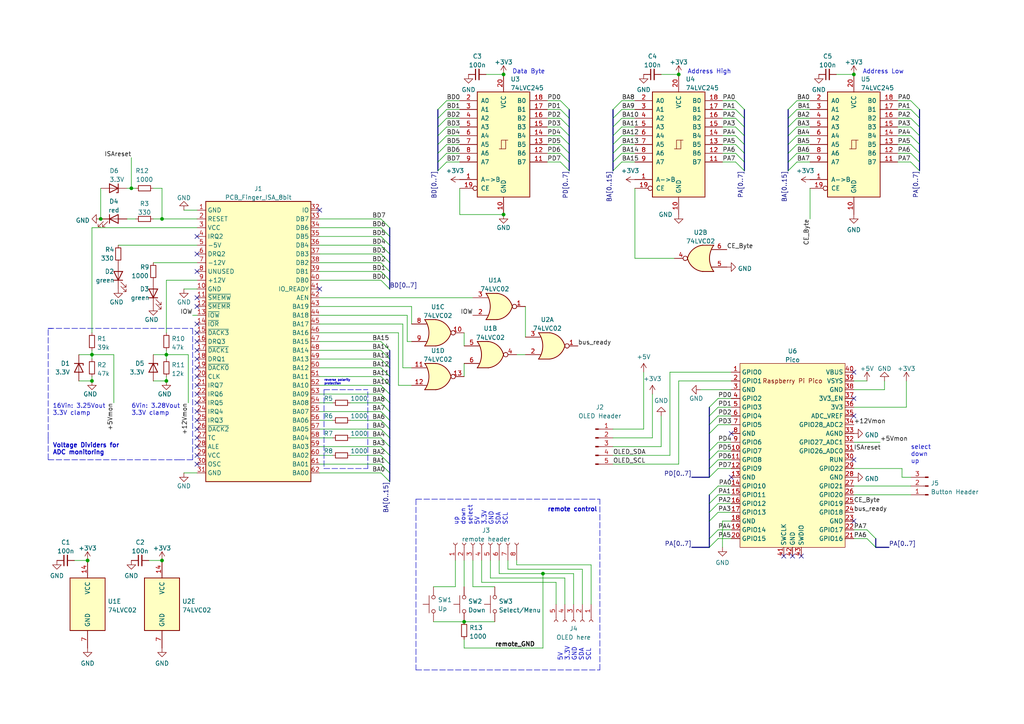
<source format=kicad_sch>
(kicad_sch (version 20211123) (generator eeschema)
  (paper "A4")
  (title_block (title "PicoPOST Prototype") (date "2022-06-19") (rev "0.4") (company "The Retro Web Community") (comment 1 "Schematic by Matthew Petry (fireTwoOneNine) and other contributors"))
  (junction (at 25.4 162.56))
  (junction (at 48.26 110.49))
  (junction (at 157.48 166.37))
  (junction (at 48.26 102.87))
  (junction (at 46.99 162.56))
  (junction (at 196.85 21.59))
  (junction (at 26.67 110.49))
  (junction (at 247.65 21.59))
  (junction (at 134.62 180.34))
  (junction (at 38.1 54.61))
  (junction (at 146.05 21.59))
  (junction (at 26.67 102.87))
  (junction (at 46.99 63.5))
  (junction (at 146.05 62.23))
  (junction (at 29.21 63.5))
  (no_connect (at 57.15 114.3))
  (no_connect (at 57.15 104.14))
  (no_connect (at 92.71 83.82))
  (no_connect (at 92.71 60.96))
  (no_connect (at 57.15 121.92))
  (no_connect (at 57.15 86.36))
  (no_connect (at 247.65 115.57))
  (no_connect (at 57.15 116.84))
  (no_connect (at 57.15 127))
  (no_connect (at 57.15 99.06))
  (no_connect (at 57.15 111.76))
  (no_connect (at 57.15 129.54))
  (no_connect (at 57.15 124.46))
  (no_connect (at 57.15 106.68))
  (no_connect (at 57.15 93.98))
  (no_connect (at 57.15 134.62))
  (no_connect (at 247.65 151.13))
  (no_connect (at 227.33 161.29))
  (no_connect (at 229.87 161.29))
  (no_connect (at 232.41 161.29))
  (no_connect (at 247.65 120.65))
  (no_connect (at 247.65 133.35))
  (no_connect (at 57.15 132.08))
  (no_connect (at 57.15 109.22))
  (no_connect (at 57.15 88.9))
  (no_connect (at 57.15 68.58))
  (no_connect (at 57.15 96.52))
  (no_connect (at 57.15 101.6))
  (no_connect (at 57.15 78.74))
  (no_connect (at 247.65 107.95))
  (no_connect (at 212.09 138.43))
  (no_connect (at 212.09 125.73))
  (no_connect (at 57.15 119.38))
  (no_connect (at 57.15 73.66))
  (bus_entry (at 213.36 36.83) (size 2.54 2.54))
  (bus_entry (at 213.36 34.29) (size 2.54 2.54))
  (bus_entry (at 264.16 34.29) (size 2.54 2.54))
  (bus_entry (at 110.49 66.04) (size 2.54 2.54))
  (bus_entry (at 231.14 44.45) (size -2.54 2.54))
  (bus_entry (at 213.36 46.99) (size 2.54 2.54))
  (bus_entry (at 264.16 41.91) (size 2.54 2.54))
  (bus_entry (at 213.36 29.21) (size 2.54 2.54))
  (bus_entry (at 110.49 134.62) (size 2.54 2.54))
  (bus_entry (at 110.49 119.38) (size 2.54 2.54))
  (bus_entry (at 231.14 31.75) (size -2.54 2.54))
  (bus_entry (at 213.36 39.37) (size 2.54 2.54))
  (bus_entry (at 231.14 39.37) (size -2.54 2.54))
  (bus_entry (at 231.14 46.99) (size -2.54 2.54))
  (bus_entry (at 205.74 151.13) (size 2.54 -2.54))
  (bus_entry (at 110.49 124.46) (size 2.54 2.54))
  (bus_entry (at 110.49 78.74) (size 2.54 2.54))
  (bus_entry (at 205.74 146.05) (size 2.54 -2.54))
  (bus_entry (at 264.16 29.21) (size 2.54 2.54))
  (bus_entry (at 129.54 46.99) (size -2.54 2.54))
  (bus_entry (at 129.54 44.45) (size -2.54 2.54))
  (bus_entry (at 129.54 34.29) (size -2.54 2.54))
  (bus_entry (at 129.54 36.83) (size -2.54 2.54))
  (bus_entry (at 129.54 39.37) (size -2.54 2.54))
  (bus_entry (at 129.54 41.91) (size -2.54 2.54))
  (bus_entry (at 110.49 111.76) (size 2.54 2.54))
  (bus_entry (at 129.54 31.75) (size -2.54 2.54))
  (bus_entry (at 110.49 73.66) (size 2.54 2.54))
  (bus_entry (at 110.49 116.84) (size 2.54 2.54))
  (bus_entry (at 180.34 46.99) (size -2.54 2.54))
  (bus_entry (at 180.34 44.45) (size -2.54 2.54))
  (bus_entry (at 180.34 39.37) (size -2.54 2.54))
  (bus_entry (at 180.34 41.91) (size -2.54 2.54))
  (bus_entry (at 180.34 31.75) (size -2.54 2.54))
  (bus_entry (at 180.34 34.29) (size -2.54 2.54))
  (bus_entry (at 180.34 29.21) (size -2.54 2.54))
  (bus_entry (at 180.34 36.83) (size -2.54 2.54))
  (bus_entry (at 110.49 121.92) (size 2.54 2.54))
  (bus_entry (at 110.49 106.68) (size 2.54 2.54))
  (bus_entry (at 264.16 39.37) (size 2.54 2.54))
  (bus_entry (at 264.16 44.45) (size 2.54 2.54))
  (bus_entry (at 110.49 99.06) (size 2.54 2.54))
  (bus_entry (at 213.36 44.45) (size 2.54 2.54))
  (bus_entry (at 110.49 109.22) (size 2.54 2.54))
  (bus_entry (at 208.28 156.21) (size -2.54 2.54))
  (bus_entry (at 208.28 153.67) (size -2.54 2.54))
  (bus_entry (at 110.49 101.6) (size 2.54 2.54))
  (bus_entry (at 110.49 76.2) (size 2.54 2.54))
  (bus_entry (at 231.14 41.91) (size -2.54 2.54))
  (bus_entry (at 205.74 130.81) (size 2.54 -2.54))
  (bus_entry (at 205.74 125.73) (size 2.54 -2.54))
  (bus_entry (at 205.74 133.35) (size 2.54 -2.54))
  (bus_entry (at 205.74 118.11) (size 2.54 -2.54))
  (bus_entry (at 205.74 123.19) (size 2.54 -2.54))
  (bus_entry (at 205.74 120.65) (size 2.54 -2.54))
  (bus_entry (at 205.74 138.43) (size 2.54 -2.54))
  (bus_entry (at 205.74 135.89) (size 2.54 -2.54))
  (bus_entry (at 162.56 41.91) (size 2.54 2.54))
  (bus_entry (at 162.56 29.21) (size 2.54 2.54))
  (bus_entry (at 162.56 31.75) (size 2.54 2.54))
  (bus_entry (at 162.56 34.29) (size 2.54 2.54))
  (bus_entry (at 162.56 36.83) (size 2.54 2.54))
  (bus_entry (at 162.56 39.37) (size 2.54 2.54))
  (bus_entry (at 162.56 44.45) (size 2.54 2.54))
  (bus_entry (at 162.56 46.99) (size 2.54 2.54))
  (bus_entry (at 264.16 36.83) (size 2.54 2.54))
  (bus_entry (at 205.74 148.59) (size 2.54 -2.54))
  (bus_entry (at 110.49 71.12) (size 2.54 2.54))
  (bus_entry (at 110.49 137.16) (size 2.54 2.54))
  (bus_entry (at 110.49 63.5) (size 2.54 2.54))
  (bus_entry (at 110.49 68.58) (size 2.54 2.54))
  (bus_entry (at 110.49 104.14) (size 2.54 2.54))
  (bus_entry (at 205.74 143.51) (size 2.54 -2.54))
  (bus_entry (at 264.16 46.99) (size 2.54 2.54))
  (bus_entry (at 264.16 31.75) (size 2.54 2.54))
  (bus_entry (at 231.14 29.21) (size -2.54 2.54))
  (bus_entry (at 110.49 129.54) (size 2.54 2.54))
  (bus_entry (at 251.46 156.21) (size 2.54 2.54))
  (bus_entry (at 251.46 153.67) (size 2.54 2.54))
  (bus_entry (at 127 31.75) (size 2.54 -2.54))
  (bus_entry (at 213.36 41.91) (size 2.54 2.54))
  (bus_entry (at 110.49 127) (size 2.54 2.54))
  (bus_entry (at 213.36 31.75) (size 2.54 2.54))
  (bus_entry (at 110.49 132.08) (size 2.54 2.54))
  (bus_entry (at 231.14 36.83) (size -2.54 2.54))
  (bus_entry (at 110.49 114.3) (size 2.54 2.54))
  (bus_entry (at 231.14 34.29) (size -2.54 2.54))
  (bus_entry (at 110.49 81.28) (size 2.54 2.54))
  (wire (pts (xy 261.62 135.89) (xy 261.62 138.43)))
  (wire (pts (xy 33.02 102.87) (xy 33.02 116.84)))
  (wire (pts (xy 92.71 124.46) (xy 110.49 124.46)))
  (bus (pts (xy 165.1 36.83) (xy 165.1 39.37)))
  (wire (pts (xy 101.6 127) (xy 110.49 127)))
  (wire (pts (xy 140.97 21.59) (xy 146.05 21.59)))
  (wire (pts (xy 261.62 138.43) (xy 264.16 138.43)))
  (polyline (pts (xy 93.98 113.03) (xy 93.98 135.89)))
  (wire (pts (xy 53.34 60.96) (xy 57.15 60.96)))
  (wire (pts (xy 118.11 91.44) (xy 118.11 99.06)))
  (wire (pts (xy 251.46 153.67) (xy 247.65 153.67)))
  (wire (pts (xy 92.71 132.08) (xy 96.52 132.08)))
  (wire (pts (xy 26.67 102.87) (xy 33.02 102.87)))
  (wire (pts (xy 92.71 91.44) (xy 118.11 91.44)))
  (wire (pts (xy 177.8 127) (xy 189.23 127)))
  (wire (pts (xy 26.67 110.49) (xy 26.67 109.22)))
  (bus (pts (xy 113.03 116.84) (xy 113.03 119.38)))
  (wire (pts (xy 53.34 83.82) (xy 57.15 83.82)))
  (bus (pts (xy 113.03 127) (xy 113.03 129.54)))
  (wire (pts (xy 26.67 66.04) (xy 26.67 96.52)))
  (wire (pts (xy 177.8 124.46) (xy 186.69 124.46)))
  (bus (pts (xy 113.03 132.08) (xy 113.03 134.62)))
  (wire (pts (xy 158.75 41.91) (xy 162.56 41.91)))
  (wire (pts (xy 134.62 105.41) (xy 134.62 109.22)))
  (wire (pts (xy 92.71 116.84) (xy 96.52 116.84)))
  (wire (pts (xy 147.32 165.1) (xy 168.91 165.1)))
  (wire (pts (xy 180.34 41.91) (xy 184.15 41.91)))
  (bus (pts (xy 205.74 133.35) (xy 205.74 135.89)))
  (wire (pts (xy 48.26 101.6) (xy 48.26 102.87)))
  (wire (pts (xy 209.55 29.21) (xy 213.36 29.21)))
  (wire (pts (xy 231.14 44.45) (xy 234.95 44.45)))
  (wire (pts (xy 133.35 54.61) (xy 133.35 62.23)))
  (wire (pts (xy 92.71 127) (xy 96.52 127)))
  (wire (pts (xy 231.14 39.37) (xy 234.95 39.37)))
  (bus (pts (xy 266.7 34.29) (xy 266.7 36.83)))
  (polyline (pts (xy 13.97 127) (xy 13.97 95.25)))
  (wire (pts (xy 92.71 119.38) (xy 110.49 119.38)))
  (polyline (pts (xy 120.65 144.78) (xy 120.65 194.31)))
  (wire (pts (xy 158.75 44.45) (xy 162.56 44.45)))
  (wire (pts (xy 57.15 91.44) (xy 55.88 91.44)))
  (wire (pts (xy 149.86 102.87) (xy 152.4 102.87)))
  (bus (pts (xy 113.03 137.16) (xy 113.03 139.7)))
  (wire (pts (xy 212.09 133.35) (xy 208.28 133.35)))
  (bus (pts (xy 113.03 111.76) (xy 113.03 114.3)))
  (wire (pts (xy 92.71 81.28) (xy 110.49 81.28)))
  (wire (pts (xy 137.16 162.56) (xy 137.16 170.18)))
  (wire (pts (xy 92.71 96.52) (xy 115.57 96.52)))
  (wire (pts (xy 115.57 111.76) (xy 119.38 111.76)))
  (bus (pts (xy 200.66 158.75) (xy 205.74 158.75)))
  (bus (pts (xy 215.9 31.75) (xy 215.9 34.29)))
  (wire (pts (xy 92.71 66.04) (xy 110.49 66.04)))
  (wire (pts (xy 116.84 93.98) (xy 116.84 106.68)))
  (bus (pts (xy 113.03 73.66) (xy 113.03 71.12)))
  (polyline (pts (xy 13.97 95.25) (xy 15.24 95.25)))
  (bus (pts (xy 113.03 76.2) (xy 113.03 73.66)))
  (wire (pts (xy 22.86 102.87) (xy 26.67 102.87)))
  (bus (pts (xy 165.1 46.99) (xy 165.1 49.53)))
  (wire (pts (xy 242.57 21.59) (xy 247.65 21.59)))
  (wire (pts (xy 92.71 86.36) (xy 137.16 86.36)))
  (wire (pts (xy 92.71 78.74) (xy 110.49 78.74)))
  (bus (pts (xy 127 44.45) (xy 127 46.99)))
  (wire (pts (xy 234.95 54.61) (xy 234.95 63.5)))
  (wire (pts (xy 177.8 134.62) (xy 196.85 134.62)))
  (wire (pts (xy 203.2 113.03) (xy 212.09 113.03)))
  (wire (pts (xy 139.7 162.56) (xy 139.7 168.91)))
  (wire (pts (xy 180.34 29.21) (xy 184.15 29.21)))
  (wire (pts (xy 119.38 88.9) (xy 92.71 88.9)))
  (wire (pts (xy 212.09 115.57) (xy 208.28 115.57)))
  (bus (pts (xy 205.74 151.13) (xy 205.74 156.21)))
  (wire (pts (xy 144.78 162.56) (xy 144.78 166.37)))
  (wire (pts (xy 92.71 137.16) (xy 110.49 137.16)))
  (wire (pts (xy 208.28 156.21) (xy 212.09 156.21)))
  (wire (pts (xy 152.4 88.9) (xy 152.4 97.79)))
  (wire (pts (xy 260.35 44.45) (xy 264.16 44.45)))
  (wire (pts (xy 180.34 34.29) (xy 184.15 34.29)))
  (wire (pts (xy 158.75 46.99) (xy 162.56 46.99)))
  (bus (pts (xy 177.8 46.99) (xy 177.8 49.53)))
  (wire (pts (xy 209.55 39.37) (xy 213.36 39.37)))
  (wire (pts (xy 92.71 99.06) (xy 110.49 99.06)))
  (bus (pts (xy 266.7 31.75) (xy 266.7 34.29)))
  (wire (pts (xy 48.26 102.87) (xy 48.26 104.14)))
  (wire (pts (xy 212.09 110.49) (xy 196.85 110.49)))
  (wire (pts (xy 260.35 41.91) (xy 264.16 41.91)))
  (bus (pts (xy 215.9 46.99) (xy 215.9 49.53)))
  (wire (pts (xy 129.54 41.91) (xy 133.35 41.91)))
  (wire (pts (xy 247.65 143.51) (xy 264.16 143.51)))
  (wire (pts (xy 209.55 44.45) (xy 213.36 44.45)))
  (wire (pts (xy 212.09 107.95) (xy 194.31 107.95)))
  (wire (pts (xy 44.45 54.61) (xy 46.99 54.61)))
  (wire (pts (xy 212.09 123.19) (xy 208.28 123.19)))
  (wire (pts (xy 133.35 62.23) (xy 146.05 62.23)))
  (bus (pts (xy 127 39.37) (xy 127 41.91)))
  (bus (pts (xy 177.8 31.75) (xy 177.8 34.29)))
  (wire (pts (xy 46.99 63.5) (xy 57.15 63.5)))
  (wire (pts (xy 44.45 102.87) (xy 48.26 102.87)))
  (bus (pts (xy 165.1 39.37) (xy 165.1 41.91)))
  (wire (pts (xy 36.83 63.5) (xy 39.37 63.5)))
  (wire (pts (xy 44.45 110.49) (xy 48.26 110.49)))
  (wire (pts (xy 180.34 39.37) (xy 184.15 39.37)))
  (wire (pts (xy 44.45 63.5) (xy 46.99 63.5)))
  (bus (pts (xy 127 31.75) (xy 127 34.29)))
  (wire (pts (xy 134.62 96.52) (xy 134.62 100.33)))
  (polyline (pts (xy 13.97 133.35) (xy 52.07 133.35)))
  (wire (pts (xy 92.71 106.68) (xy 110.49 106.68)))
  (bus (pts (xy 205.74 148.59) (xy 205.74 151.13)))
  (wire (pts (xy 125.73 170.18) (xy 132.08 170.18)))
  (wire (pts (xy 92.71 76.2) (xy 110.49 76.2)))
  (wire (pts (xy 92.71 111.76) (xy 110.49 111.76)))
  (wire (pts (xy 161.29 168.91) (xy 161.29 175.26)))
  (bus (pts (xy 200.66 138.43) (xy 205.74 138.43)))
  (wire (pts (xy 142.24 167.64) (xy 163.83 167.64)))
  (bus (pts (xy 254 156.21) (xy 254 158.75)))
  (polyline (pts (xy 13.97 95.25) (xy 55.88 95.25)))
  (bus (pts (xy 205.74 135.89) (xy 205.74 138.43)))
  (wire (pts (xy 208.2612 156.21) (xy 208.28 156.21)))
  (wire (pts (xy 184.15 74.93) (xy 195.58 74.93)))
  (wire (pts (xy 231.14 36.83) (xy 234.95 36.83)))
  (wire (pts (xy 92.71 104.14) (xy 110.49 104.14)))
  (wire (pts (xy 196.85 110.49) (xy 196.85 134.62)))
  (wire (pts (xy 101.6 121.92) (xy 110.49 121.92)))
  (bus (pts (xy 205.74 156.21) (xy 205.74 158.75)))
  (wire (pts (xy 129.54 44.45) (xy 133.35 44.45)))
  (wire (pts (xy 36.83 54.61) (xy 38.1 54.61)))
  (wire (pts (xy 26.67 102.87) (xy 26.67 104.14)))
  (wire (pts (xy 34.29 71.12) (xy 57.15 71.12)))
  (wire (pts (xy 209.55 34.29) (xy 213.36 34.29)))
  (wire (pts (xy 158.75 39.37) (xy 162.56 39.37)))
  (wire (pts (xy 209.55 151.13) (xy 209.55 158.75)))
  (wire (pts (xy 147.32 162.56) (xy 147.32 165.1)))
  (wire (pts (xy 212.09 135.89) (xy 208.28 135.89)))
  (wire (pts (xy 142.24 162.56) (xy 142.24 167.64)))
  (polyline (pts (xy 120.65 194.31) (xy 173.99 194.31)))
  (bus (pts (xy 113.03 71.12) (xy 113.03 68.58)))
  (wire (pts (xy 194.31 107.95) (xy 194.31 132.08)))
  (wire (pts (xy 191.77 21.59) (xy 196.85 21.59)))
  (wire (pts (xy 212.09 151.13) (xy 209.55 151.13)))
  (bus (pts (xy 266.7 39.37) (xy 266.7 41.91)))
  (bus (pts (xy 228.6 39.37) (xy 228.6 41.91)))
  (polyline (pts (xy 173.99 194.31) (xy 173.99 144.78)))
  (bus (pts (xy 266.7 41.91) (xy 266.7 44.45)))
  (bus (pts (xy 177.8 41.91) (xy 177.8 44.45)))
  (wire (pts (xy 116.84 106.68) (xy 119.38 106.68)))
  (bus (pts (xy 113.03 68.58) (xy 113.03 66.04)))
  (wire (pts (xy 53.34 137.16) (xy 57.15 137.16)))
  (polyline (pts (xy 55.88 133.35) (xy 50.8 133.35)))
  (bus (pts (xy 113.03 109.22) (xy 113.03 111.76)))
  (polyline (pts (xy 120.65 144.78) (xy 173.99 144.78)))
  (bus (pts (xy 228.6 31.75) (xy 228.6 34.29)))
  (wire (pts (xy 92.71 121.92) (xy 96.52 121.92)))
  (wire (pts (xy 212.09 140.97) (xy 208.28 140.97)))
  (bus (pts (xy 113.03 101.6) (xy 113.03 104.14)))
  (wire (pts (xy 92.71 114.3) (xy 110.49 114.3)))
  (bus (pts (xy 215.9 44.45) (xy 215.9 46.99)))
  (wire (pts (xy 115.57 96.52) (xy 115.57 111.76)))
  (wire (pts (xy 231.14 29.21) (xy 234.95 29.21)))
  (wire (pts (xy 209.55 31.75) (xy 213.36 31.75)))
  (wire (pts (xy 129.54 36.83) (xy 133.35 36.83)))
  (bus (pts (xy 205.74 130.81) (xy 205.74 133.35)))
  (wire (pts (xy 48.26 102.87) (xy 54.61 102.87)))
  (bus (pts (xy 113.03 106.68) (xy 113.03 109.22)))
  (bus (pts (xy 165.1 41.91) (xy 165.1 44.45)))
  (wire (pts (xy 180.34 31.75) (xy 184.15 31.75)))
  (wire (pts (xy 48.26 81.28) (xy 57.15 81.28)))
  (wire (pts (xy 251.46 156.21) (xy 247.65 156.21)))
  (wire (pts (xy 149.86 163.83) (xy 171.45 163.83)))
  (wire (pts (xy 92.71 71.12) (xy 110.49 71.12)))
  (bus (pts (xy 266.7 46.99) (xy 266.7 49.53)))
  (wire (pts (xy 129.54 39.37) (xy 133.35 39.37)))
  (bus (pts (xy 127 36.83) (xy 127 39.37)))
  (wire (pts (xy 256.54 113.03) (xy 256.54 110.49)))
  (bus (pts (xy 113.03 104.14) (xy 113.03 106.68)))
  (wire (pts (xy 231.14 46.99) (xy 234.95 46.99)))
  (wire (pts (xy 92.71 73.66) (xy 110.49 73.66)))
  (bus (pts (xy 266.7 44.45) (xy 266.7 46.99)))
  (wire (pts (xy 231.14 31.75) (xy 234.95 31.75)))
  (bus (pts (xy 215.9 39.37) (xy 215.9 41.91)))
  (bus (pts (xy 113.03 78.74) (xy 113.03 76.2)))
  (bus (pts (xy 266.7 36.83) (xy 266.7 39.37)))
  (polyline (pts (xy 93.98 113.03) (xy 106.68 113.03)))
  (wire (pts (xy 92.71 63.5) (xy 110.49 63.5)))
  (wire (pts (xy 92.71 101.6) (xy 110.49 101.6)))
  (wire (pts (xy 157.48 166.37) (xy 166.37 166.37)))
  (wire (pts (xy 129.54 31.75) (xy 133.35 31.75)))
  (wire (pts (xy 26.67 66.04) (xy 57.15 66.04)))
  (wire (pts (xy 119.38 93.98) (xy 119.38 88.9)))
  (wire (pts (xy 44.45 76.2) (xy 57.15 76.2)))
  (bus (pts (xy 205.74 143.51) (xy 205.74 146.05)))
  (bus (pts (xy 228.6 46.99) (xy 228.6 49.53)))
  (polyline (pts (xy 93.98 135.89) (xy 106.68 135.89)))
  (wire (pts (xy 180.34 36.83) (xy 184.15 36.83)))
  (bus (pts (xy 228.6 41.91) (xy 228.6 44.45)))
  (wire (pts (xy 149.86 162.56) (xy 149.86 163.83)))
  (wire (pts (xy 157.48 166.37) (xy 157.48 187.96)))
  (wire (pts (xy 247.65 113.03) (xy 256.54 113.03)))
  (wire (pts (xy 125.73 180.34) (xy 134.62 180.34)))
  (wire (pts (xy 129.54 34.29) (xy 133.35 34.29)))
  (wire (pts (xy 118.11 99.06) (xy 119.38 99.06)))
  (wire (pts (xy 260.35 39.37) (xy 264.16 39.37)))
  (polyline (pts (xy 55.88 95.25) (xy 55.88 133.35)))
  (bus (pts (xy 113.03 134.62) (xy 113.03 137.16)))
  (bus (pts (xy 228.6 36.83) (xy 228.6 39.37)))
  (wire (pts (xy 212.09 148.59) (xy 208.28 148.59)))
  (wire (pts (xy 48.26 110.49) (xy 48.26 109.22)))
  (wire (pts (xy 212.09 146.05) (xy 208.28 146.05)))
  (wire (pts (xy 180.34 44.45) (xy 184.15 44.45)))
  (wire (pts (xy 158.75 29.21) (xy 162.56 29.21)))
  (wire (pts (xy 247.65 140.97) (xy 264.16 140.97)))
  (wire (pts (xy 129.54 29.21) (xy 133.35 29.21)))
  (bus (pts (xy 127 34.29) (xy 127 36.83)))
  (wire (pts (xy 247.65 128.27) (xy 255.27 128.27)))
  (wire (pts (xy 144.78 166.37) (xy 157.48 166.37)))
  (wire (pts (xy 212.09 118.11) (xy 208.28 118.11)))
  (wire (pts (xy 158.75 36.83) (xy 162.56 36.83)))
  (wire (pts (xy 54.61 102.87) (xy 54.61 116.84)))
  (bus (pts (xy 215.9 41.91) (xy 215.9 44.45)))
  (bus (pts (xy 177.8 36.83) (xy 177.8 39.37)))
  (wire (pts (xy 177.8 132.08) (xy 194.31 132.08)))
  (bus (pts (xy 113.03 83.82) (xy 113.03 81.28)))
  (wire (pts (xy 48.26 81.28) (xy 48.26 96.52)))
  (wire (pts (xy 92.71 134.62) (xy 110.49 134.62)))
  (bus (pts (xy 205.74 146.05) (xy 205.74 148.59)))
  (bus (pts (xy 165.1 44.45) (xy 165.1 46.99)))
  (wire (pts (xy 212.09 143.51) (xy 208.28 143.51)))
  (bus (pts (xy 177.8 44.45) (xy 177.8 46.99)))
  (wire (pts (xy 163.83 167.64) (xy 163.83 175.26)))
  (bus (pts (xy 205.74 120.65) (xy 205.74 123.19)))
  (bus (pts (xy 113.03 124.46) (xy 113.03 127)))
  (wire (pts (xy 191.77 129.54) (xy 191.77 120.65)))
  (wire (pts (xy 177.8 129.54) (xy 191.77 129.54)))
  (bus (pts (xy 228.6 44.45) (xy 228.6 46.99)))
  (bus (pts (xy 254 158.75) (xy 257.81 158.75)))
  (bus (pts (xy 215.9 34.29) (xy 215.9 36.83)))
  (bus (pts (xy 113.03 114.3) (xy 113.03 116.84)))
  (wire (pts (xy 43.18 162.56) (xy 46.99 162.56)))
  (wire (pts (xy 180.34 46.99) (xy 184.15 46.99)))
  (wire (pts (xy 92.71 129.54) (xy 110.49 129.54)))
  (bus (pts (xy 177.8 39.37) (xy 177.8 41.91)))
  (wire (pts (xy 231.14 41.91) (xy 234.95 41.91)))
  (wire (pts (xy 171.45 163.83) (xy 171.45 175.26)))
  (wire (pts (xy 209.55 41.91) (xy 213.36 41.91)))
  (bus (pts (xy 113.03 81.28) (xy 113.03 78.74)))
  (wire (pts (xy 184.15 54.61) (xy 184.15 74.93)))
  (wire (pts (xy 166.37 166.37) (xy 166.37 175.26)))
  (wire (pts (xy 132.08 162.56) (xy 132.08 170.18)))
  (bus (pts (xy 205.74 125.73) (xy 205.74 130.81)))
  (wire (pts (xy 157.48 187.96) (xy 134.62 187.96)))
  (wire (pts (xy 262.89 118.11) (xy 247.65 118.11)))
  (bus (pts (xy 113.03 129.54) (xy 113.03 132.08)))
  (wire (pts (xy 212.09 120.65) (xy 208.28 120.65)))
  (wire (pts (xy 186.69 107.95) (xy 186.69 124.46)))
  (polyline (pts (xy 106.68 135.89) (xy 106.68 113.03)))
  (wire (pts (xy 101.6 116.84) (xy 110.49 116.84)))
  (bus (pts (xy 165.1 34.29) (xy 165.1 36.83)))
  (wire (pts (xy 38.1 45.72) (xy 38.1 54.61)))
  (bus (pts (xy 205.74 118.11) (xy 205.74 120.65)))
  (wire (pts (xy 260.35 34.29) (xy 264.16 34.29)))
  (wire (pts (xy 247.65 110.49) (xy 251.46 110.49)))
  (wire (pts (xy 38.1 54.61) (xy 39.37 54.61)))
  (wire (pts (xy 212.09 130.81) (xy 208.28 130.81)))
  (bus (pts (xy 177.8 34.29) (xy 177.8 36.83)))
  (wire (pts (xy 134.62 162.56) (xy 134.62 170.18)))
  (wire (pts (xy 143.51 170.18) (xy 137.16 170.18)))
  (bus (pts (xy 228.6 34.29) (xy 228.6 36.83)))
  (wire (pts (xy 231.14 34.29) (xy 234.95 34.29)))
  (wire (pts (xy 212.09 128.27) (xy 208.28 128.27)))
  (wire (pts (xy 208.28 153.67) (xy 212.09 153.67)))
  (wire (pts (xy 209.55 36.83) (xy 213.36 36.83)))
  (wire (pts (xy 158.75 34.29) (xy 162.56 34.29)))
  (wire (pts (xy 134.62 180.34) (xy 143.51 180.34)))
  (wire (pts (xy 260.35 46.99) (xy 264.16 46.99)))
  (bus (pts (xy 165.1 31.75) (xy 165.1 34.29)))
  (wire (pts (xy 209.55 46.99) (xy 213.36 46.99)))
  (bus (pts (xy 127 46.99) (xy 127 49.53)))
  (bus (pts (xy 113.03 121.92) (xy 113.03 124.46)))
  (bus (pts (xy 205.74 123.19) (xy 205.74 125.73)))
  (wire (pts (xy 22.86 110.49) (xy 26.67 110.49)))
  (bus (pts (xy 127 41.91) (xy 127 44.45)))
  (wire (pts (xy 168.91 165.1) (xy 168.91 175.26)))
  (wire (pts (xy 139.7 168.91) (xy 161.29 168.91)))
  (wire (pts (xy 92.71 93.98) (xy 116.84 93.98)))
  (wire (pts (xy 158.75 31.75) (xy 162.56 31.75)))
  (wire (pts (xy 134.62 187.96) (xy 134.62 185.42)))
  (wire (pts (xy 101.6 132.08) (xy 110.49 132.08)))
  (wire (pts (xy 46.99 54.61) (xy 46.99 63.5)))
  (wire (pts (xy 26.67 101.6) (xy 26.67 102.87)))
  (wire (pts (xy 92.71 109.22) (xy 110.49 109.22)))
  (wire (pts (xy 208.28 153.67) (xy 208.2612 153.67)))
  (wire (pts (xy 247.65 135.89) (xy 261.62 135.89)))
  (polyline (pts (xy 13.97 127) (xy 13.97 133.35)))
  (wire (pts (xy 189.23 114.3) (xy 189.23 127)))
  (bus (pts (xy 215.9 36.83) (xy 215.9 39.37)))
  (bus (pts (xy 113.03 119.38) (xy 113.03 121.92)))
  (wire (pts (xy 129.54 46.99) (xy 133.35 46.99)))
  (wire (pts (xy 262.89 110.49) (xy 262.89 118.11)))
  (wire (pts (xy 260.35 36.83) (xy 264.16 36.83)))
  (wire (pts (xy 260.35 31.75) (xy 264.16 31.75)))
  (wire (pts (xy 92.71 68.58) (xy 110.49 68.58)))
  (wire (pts (xy 29.21 54.61) (xy 29.21 63.5)))
  (wire (pts (xy 21.59 162.56) (xy 25.4 162.56)))
  (wire (pts (xy 260.35 29.21) (xy 264.16 29.21)))
  (text "6Vin: 3.28Vout\n3.3V clamp" (at 38.1 120.65 0) (effects (font (size 1.27 1.27)) (justify left bottom)))
  (text "up\ndown\nselect\n5V\n3.3V\nGND\nSDA\nSCL" (at 147.32 152.4 90) (effects (font (size 1.27 1.27)) (justify left bottom)))
  (text "Voltage Dividers for\nADC monitoring" (at 15.24 132.08 0) (effects (font (size 1.27 1.27) (thickness 0.254) bold) (justify left bottom)))
  (text "reverse polarity\nprotection" (at 93.98 111.76 0) (effects (font (size 0.635 0.635)) (justify left bottom)))
  (text "remote control" (at 158.75 148.59 0) (effects (font (size 1.27 1.27) (thickness 0.254) bold) (justify left bottom)))
  (text "select\ndown\nup" (at 264.16 134.62 0) (effects (font (size 1.27 1.27)) (justify left bottom)))
  (text "Data Byte\n" (at 148.59 21.59 0) (effects (font (size 1.27 1.27)) (justify left bottom)))
  (text "16Vin: 3.25Vout\n3.3V clamp" (at 15.24 120.65 0) (effects (font (size 1.27 1.27)) (justify left bottom)))
  (text "Address High" (at 199.39 21.59 0) (effects (font (size 1.27 1.27)) (justify left bottom)))
  (text "Address Low" (at 250.19 21.59 0) (effects (font (size 1.27 1.27)) (justify left bottom)))
  (text "5V\n3.3V\nGND\nSDA\nSCL" (at 171.45 191.77 90) (effects (font (size 1.27 1.27)) (justify left bottom)))
  (label "BA[0..15]" (at 113.03 139.7 270))
  (label "BD3" (at 129.54 36.83 0))
  (label "BA5" (at 231.14 41.91 0))
  (label "BA11" (at 107.95 109.22 0))
  (label "PA[0..7]" (at 266.7 49.53 270))
  (label "BD5" (at 107.95 68.58 0))
  (label "+5Vmon" (at 33.02 116.84 270))
  (label "PA2" (at 209.55 34.29 0))
  (label "PA0" (at 209.55 29.21 0))
  (label "BA8" (at 107.95 116.84 0))
  (label "PD0" (at 208.28 115.57 0))
  (label "BA7" (at 231.14 46.99 0))
  (label "BA3" (at 231.14 36.83 0))
  (label "PD5" (at 158.75 41.91 0))
  (label "ISAreset" (at 38.1 45.72 180))
  (label "PA[0..7]" (at 257.81 158.75 0))
  (label "BA14" (at 107.95 101.6 0))
  (label "BD6" (at 129.54 44.45 0))
  (label "BD0" (at 107.95 81.28 0))
  (label "CE_Byte" (at 234.95 63.5 270))
  (label "PD2" (at 158.75 34.29 0))
  (label "PA3" (at 208.28 148.59 0))
  (label "PD4" (at 208.28 128.27 0))
  (label "BA4" (at 107.95 127 0))
  (label "PA7" (at 247.65 153.67 0))
  (label "BD2" (at 107.95 76.2 0))
  (label "BA9" (at 107.95 114.3 0))
  (label "PA6" (at 247.65 156.21 0))
  (label "PD1" (at 158.75 31.75 0))
  (label "BD[0..7]" (at 113.03 83.82 0))
  (label "BA8" (at 180.34 29.21 0))
  (label "BA6" (at 231.14 44.45 0))
  (label "BD0" (at 129.54 29.21 0))
  (label "PD3" (at 208.28 123.19 0))
  (label "BD3" (at 107.95 73.66 0))
  (label "PA4" (at 209.55 39.37 0))
  (label "BD6" (at 107.95 66.04 0))
  (label "OLED_SCL" (at 177.8 134.62 0))
  (label "PD3" (at 158.75 36.83 0))
  (label "PA3" (at 260.35 36.83 0))
  (label "remote_GND" (at 143.51 187.96 0) (effects (font bold)))
  (label "BA13" (at 107.95 104.14 0))
  (label "PA7" (at 209.55 46.99 0))
  (label "BA0" (at 231.14 29.21 0))
  (label "ISAreset" (at 247.65 130.81 0))
  (label "PD[0..7]" (at 165.1 49.53 270))
  (label "PA2" (at 260.35 34.29 0))
  (label "IOW" (at 137.16 91.44 180))
  (label "PD5" (at 208.28 130.81 0))
  (label "OLED_SDA" (at 177.8 132.08 0))
  (label "PD7" (at 208.28 135.89 0))
  (label "PD[0..7]" (at 200.66 138.43 180))
  (label "BD5" (at 129.54 41.91 0))
  (label "PA[0..7]" (at 215.9 49.53 270))
  (label "CE_Byte" (at 247.65 146.05 0))
  (label "BA2" (at 231.14 34.29 0))
  (label "BA1" (at 107.95 134.62 0))
  (label "PA0" (at 260.35 29.21 0))
  (label "BA1" (at 231.322 31.75 0))
  (label "PA4" (at 260.35 39.37 0))
  (label "+12Vmon" (at 247.65 123.19 0))
  (label "BA14" (at 180.34 44.45 0))
  (label "BA15" (at 107.95 99.06 0))
  (label "BD2" (at 129.54 34.29 0))
  (label "bus_ready" (at 247.65 148.59 0))
  (label "PD6" (at 158.75 44.45 0))
  (label "BD7" (at 107.95 63.5 0))
  (label "PA1" (at 260.35 31.75 0))
  (label "PA1" (at 208.28 143.51 0))
  (label "BA4" (at 231.14 39.37 0))
  (label "BA11" (at 180.34 36.83 0))
  (label "BA0" (at 107.95 137.16 0))
  (label "PA3" (at 209.55 36.83 0))
  (label "BA6" (at 107.95 121.92 0))
  (label "BD1" (at 107.95 78.74 0))
  (label "BA7" (at 107.95 119.38 0))
  (label "BA5" (at 107.95 124.46 0))
  (label "IOW" (at 55.88 91.44 180))
  (label "PD2" (at 208.28 120.65 0))
  (label "PD1" (at 208.28 118.11 0))
  (label "BD4" (at 107.95 71.12 0))
  (label "BD1" (at 129.54 31.75 0))
  (label "BA10" (at 180.34 34.29 0))
  (label "BA[0..15]" (at 177.8 49.53 270))
  (label "BA12" (at 107.95 106.68 0))
  (label "PD4" (at 158.75 39.37 0))
  (label "PA2" (at 208.28 146.05 0))
  (label "BA10" (at 107.95 111.76 0))
  (label "PA[0..7]" (at 200.66 158.75 180))
  (label "BA9" (at 180.34 31.75 0))
  (label "BD4" (at 129.54 39.37 0))
  (label "PA7" (at 260.35 46.99 0))
  (label "PA4" (at 208.28 153.67 0))
  (label "BA[0..15]" (at 228.6 49.53 270))
  (label "BD[0..7]" (at 127 49.53 270))
  (label "PD7" (at 158.75 46.99 0))
  (label "PA6" (at 260.35 44.45 0))
  (label "BA2" (at 107.95 132.08 0))
  (label "bus_ready" (at 167.64 100.33 0))
  (label "PA0" (at 208.4558 140.97 0))
  (label "PA5" (at 209.55 41.91 0))
  (label "PA5" (at 260.35 41.91 0))
  (label "BA13" (at 180.34 41.91 0))
  (label "BA3" (at 107.95 129.54 0))
  (label "PD6" (at 208.28 133.35 0))
  (label "CE_Byte" (at 210.82 72.39 0))
  (label "PA1" (at 209.55 31.75 0))
  (label "BD7" (at 129.54 46.99 0))
  (label "PD0" (at 158.75 29.21 0))
  (label "+5Vmon" (at 255.27 128.27 0))
  (label "BA15" (at 180.34 46.99 0))
  (label "PA6" (at 209.55 44.45 0))
  (label "+12Vmon" (at 54.61 116.84 270))
  (label "BA12" (at 180.34 39.37 0))
  (label "PA5" (at 208.28 156.21 0))
  (symbol (lib_id "Device:R_Small") (at 99.06 132.08 270) (unit 1)
    (property "Reference" "R8" (at 95.25 130.81 90))
    (property "Value" "1000" (at 104.14 130.81 90))
    (property "Footprint" "Resistor_SMD:R_1206_3216Metric_Pad1.30x1.75mm_HandSolder" (effects hide))
  )
  (symbol (lib_id "Device:R_Small") (at 99.06 127 270) (unit 1)
    (property "Reference" "R7" (at 95.25 125.73 90))
    (property "Value" "1000" (at 104.14 125.73 90))
    (property "Footprint" "Resistor_SMD:R_1206_3216Metric_Pad1.30x1.75mm_HandSolder" (effects hide))
  )
  (symbol (lib_id "Device:R_Small") (at 99.06 121.92 270) (unit 1)
    (property "Reference" "R6" (at 95.25 120.65 90))
    (property "Value" "1000" (at 104.14 120.65 90))
    (property "Footprint" "Resistor_SMD:R_1206_3216Metric_Pad1.30x1.75mm_HandSolder" (effects hide))
  )
  (symbol (lib_id "Device:R_Small") (at 99.06 116.84 270) (unit 1)
    (property "Reference" "R5" (at 95.25 115.57 90))
    (property "Value" "1000" (at 104.14 115.57 90))
    (property "Footprint" "Resistor_SMD:R_1206_3216Metric_Pad1.30x1.75mm_HandSolder" (effects hide))
  )
  (symbol (lib_id "power:GND") (at 16.51 162.56 0) (unit 1)
    (property "Reference" "#PWR03" (effects hide))
    (property "Value" "GND" (at 16.51 167.0034 0))
  )
  (symbol (lib_id "Device:C_Small") (at 138.43 21.59 90) (unit 1)
    (property "Reference" "C3" (at 138.4363 16.3281 90))
    (property "Value" "100n" (at 138.4363 18.865 90))
    (property "Footprint" "Capacitor_SMD:C_1206_3216Metric_Pad1.33x1.80mm_HandSolder" (effects hide))
  )
  (symbol (lib_id "Device:R_Small") (at 41.91 54.61 90) (unit 1)
    (property "Reference" "R12" (at 43.18 49.53 90) (effects (justify left)))
    (property "Value" "1000" (at 44.45 52.07 90) (effects (justify left)))
    (property "Footprint" "Resistor_SMD:R_1206_3216Metric_Pad1.30x1.75mm_HandSolder" (effects hide))
  )
  (symbol (lib_id "power:GND") (at 146.05 62.23 0) (unit 1)
    (property "Reference" "#PWR07" (effects hide))
    (property "Value" "GND" (at 146.05 66.04 0))
  )
  (symbol (lib_id "power:GND") (at 48.26 110.49 0) (unit 1)
    (property "Reference" "#PWR026" (effects hide))
    (property "Value" "GND" (at 45.72 114.3 0) (effects (justify left)))
  )
  (symbol (lib_id "74xx:74LS02") (at 46.99 175.26 0) (unit 5)
    (property "Reference" "U2" (at 52.832 174.4253 0) (effects (justify left)))
    (property "Value" "74LVC02" (at 52.832 176.9622 0) (effects (justify left)))
    (property "Footprint" "Package_SO:SO-14_3.9x8.65mm_P1.27mm" (effects hide))
    (property "Datasheet" "http://www.ti.com/lit/gpn/sn74ls02" (effects hide))
  )
  (symbol (lib_id "power:GND") (at 186.69 21.59 0) (unit 1)
    (property "Reference" "#PWR0113" (effects hide))
    (property "Value" "GND" (at 186.69 26.0334 0))
  )
  (symbol (lib_id "Device:R_Small") (at 26.67 106.68 0) (unit 1)
    (property "Reference" "R2" (at 28.1686 105.8453 0) (effects (justify left)))
    (property "Value" "47k" (at 28.1686 108.3822 0) (effects (justify left)))
    (property "Footprint" "Resistor_SMD:R_1206_3216Metric_Pad1.30x1.75mm_HandSolder" (effects hide))
  )
  (symbol (lib_id "power:GND") (at 237.49 21.59 0) (unit 1)
    (property "Reference" "#PWR0112" (effects hide))
    (property "Value" "GND" (at 237.49 26.0334 0))
  )
  (symbol (lib_id "74xx:74LS02") (at 144.78 88.9 0) (mirror x) (unit 1)
    (property "Reference" "U1" (at 143.51 81.28 0))
    (property "Value" "74LVC02" (at 143.51 83.82 0))
    (property "Footprint" "Package_SO:SO-14_3.9x8.65mm_P1.27mm" (effects hide))
    (property "Datasheet" "http://www.ti.com/lit/gpn/sn74ls02" (effects hide))
  )
  (symbol (lib_id "Device:C_Small") (at 40.64 162.56 90) (unit 1)
    (property "Reference" "C2" (at 40.6463 157.2981 90))
    (property "Value" "100n" (at 40.6463 159.835 90))
    (property "Footprint" "Capacitor_SMD:C_1206_3216Metric_Pad1.33x1.80mm_HandSolder" (effects hide))
  )
  (symbol (lib_id "Device:C_Small") (at 189.23 21.59 90) (unit 1)
    (property "Reference" "C4" (at 189.2363 16.3281 90))
    (property "Value" "100n" (at 189.2363 18.865 90))
    (property "Footprint" "Capacitor_SMD:C_1206_3216Metric_Pad1.33x1.80mm_HandSolder" (effects hide))
  )
  (symbol (lib_id "power:+3.3V") (at 262.89 110.49 0) (unit 1)
    (property "Reference" "#PWR020" (effects hide))
    (property "Value" "+3.3V" (at 262.89 106.9142 0))
  )
  (symbol (lib_id "power:GND") (at 247.65 62.23 0) (unit 1)
    (property "Reference" "#PWR011" (effects hide))
    (property "Value" "GND" (at 247.65 66.6734 0))
  )
  (symbol (lib_id "Device:R_Small") (at 34.29 73.66 180) (unit 1)
    (property "Reference" "R4" (at 30.48 72.39 0) (effects (justify right)))
    (property "Value" "330" (at 29.21 74.93 0) (effects (justify right)))
    (property "Footprint" "Resistor_SMD:R_1206_3216Metric_Pad1.30x1.75mm_HandSolder" (effects hide))
  )
  (symbol (lib_id "power:GND") (at 34.29 83.82 0) (unit 1)
    (property "Reference" "#PWR021" (effects hide))
    (property "Value" "GND" (at 31.75 87.63 0) (effects (justify left)))
  )
  (symbol (lib_id "74xx:74HC02") (at 127 96.52 0) (unit 3)
    (property "Reference" "U1" (at 127 89.0102 0))
    (property "Value" "74LVC02" (at 127 91.5471 0))
    (property "Footprint" "Package_SO:SO-14_3.9x8.65mm_P1.27mm" (effects hide))
    (property "Datasheet" "http://www.ti.com/lit/gpn/sn74hc02" (effects hide))
  )
  (symbol (lib_id "Switch:SW_Push") (at 134.62 175.26 90) (unit 1)
    (property "Reference" "SW2" (at 135.763 174.4253 90) (effects (justify right)))
    (property "Value" "Down" (at 135.763 176.9622 90) (effects (justify right)))
    (property "Footprint" "Button_Switch_THT:SW_PUSH_6mm_H5mm" (effects hide))
  )
  (symbol (lib_id "74xx:74HC02") (at 127 109.22 0) (unit 4)
    (property "Reference" "U1" (at 127 101.7102 0))
    (property "Value" "74LVC02" (at 127 104.2471 0))
    (property "Footprint" "Package_SO:SO-14_3.9x8.65mm_P1.27mm" (effects hide))
    (property "Datasheet" "http://www.ti.com/lit/gpn/sn74hc02" (effects hide))
  )
  (symbol (lib_id "Switch:SW_Push") (at 143.51 175.26 90) (unit 1)
    (property "Reference" "SW3" (at 144.653 174.4253 90) (effects (justify right)))
    (property "Value" "Select/Menu" (at 144.653 176.9622 90) (effects (justify right)))
    (property "Footprint" "Button_Switch_THT:SW_PUSH_6mm_H5mm" (effects hide))
  )
  (symbol (lib_id "Device:LED") (at 44.45 85.09 90) (unit 1)
    (property "Reference" "D3" (at 41.91 83.82 90))
    (property "Value" "green" (at 40.64 86.36 90))
    (property "Footprint" "LED_THT:LED_D3.0mm" (effects hide))
  )
  (symbol (lib_id "Device:R_Small") (at 48.26 99.06 0) (unit 1)
    (property "Reference" "R10" (at 49.7586 98.2253 0) (effects (justify left)))
    (property "Value" "47k" (at 49.7586 100.7622 0) (effects (justify left)))
    (property "Footprint" "Resistor_SMD:R_1206_3216Metric_Pad1.30x1.75mm_HandSolder" (effects hide))
  )
  (symbol (lib_id "power:+3.3V") (at 234.95 52.07 90) (unit 1)
    (property "Reference" "#PWR010" (effects hide))
    (property "Value" "+3.3V" (at 236.22 49.53 90) (effects (justify left)))
  )
  (symbol (lib_id "ISAfinger:PCB_Finger_ISA_8bit") (at 74.93 99.06 0) (unit 1)
    (property "Reference" "J1" (at 74.93 54.7202 0))
    (property "Value" "PCB_Finger_ISA_8bit" (at 74.93 57.2571 0))
    (property "Footprint" "IDEcardedge:BUS_IDE8" (effects hide))
    (property "Datasheet" "https://en.wikipedia.org/wiki/Industry_Standard_Architecture" (effects hide))
  )
  (symbol (lib_id "74xx:74LS02") (at 142.24 102.87 0) (unit 2)
    (property "Reference" "U1" (at 142.24 95.25 0))
    (property "Value" "74LVC02" (at 142.24 97.8971 0))
    (property "Footprint" "Package_SO:SO-14_3.9x8.65mm_P1.27mm" (effects hide))
    (property "Datasheet" "http://www.ti.com/lit/gpn/sn74ls02" (effects hide))
  )
  (symbol (lib_id "power:GND") (at 46.99 187.96 0) (unit 1)
    (property "Reference" "#PWR025" (effects hide))
    (property "Value" "GND" (at 46.99 192.4034 0))
  )
  (symbol (lib_id "power:GND") (at 256.54 110.49 180) (unit 1)
    (property "Reference" "#PWR019" (effects hide))
    (property "Value" "GND" (at 256.54 106.9142 0))
  )
  (symbol (lib_id "Device:LED") (at 34.29 80.01 90) (unit 1)
    (property "Reference" "D2" (at 31.75 78.74 90))
    (property "Value" "green" (at 30.48 81.28 90))
    (property "Footprint" "LED_THT:LED_D3.0mm" (effects hide))
  )
  (symbol (lib_id "power:GND") (at 53.34 60.96 180) (unit 1)
    (property "Reference" "#PWR05" (effects hide))
    (property "Value" "GND" (at 53.34 57.3842 0))
  )
  (symbol (lib_id "power:GND") (at 203.2 113.03 270) (unit 1)
    (property "Reference" "#PWR0107" (effects hide))
    (property "Value" "GND" (at 201.93 115.57 90))
  )
  (symbol (lib_id "power:GND") (at 38.1 162.56 0) (unit 1)
    (property "Reference" "#PWR022" (effects hide))
    (property "Value" "GND" (at 38.1 167.0034 0))
  )
  (symbol (lib_id "power:+5V") (at 186.69 107.95 0) (unit 1)
    (property "Reference" "#PWR015" (effects hide))
    (property "Value" "+5V" (at 186.69 103.5066 0))
  )
  (symbol (lib_id "Switch:SW_Push") (at 125.73 175.26 90) (unit 1)
    (property "Reference" "SW1" (at 127 173.99 90) (effects (justify right)))
    (property "Value" "Up" (at 127 176.53 90) (effects (justify right)))
    (property "Footprint" "Button_Switch_THT:SW_PUSH_6mm_H5mm" (effects hide))
  )
  (symbol (lib_id "power:+3.3V") (at 247.65 21.59 0) (unit 1)
    (property "Reference" "#PWR014" (effects hide))
    (property "Value" "+3.3V" (at 247.65 18.0142 0))
  )
  (symbol (lib_id "Device:R_Small") (at 26.67 99.06 0) (unit 1)
    (property "Reference" "R1" (at 28.1686 98.2253 0) (effects (justify left)))
    (property "Value" "39k" (at 28.1686 100.7622 0) (effects (justify left)))
    (property "Footprint" "Resistor_SMD:R_1206_3216Metric_Pad1.30x1.75mm_HandSolder" (effects hide))
  )
  (symbol (lib_id "Device:C_Small") (at 19.05 162.56 90) (unit 1)
    (property "Reference" "C1" (at 19.0563 157.2981 90))
    (property "Value" "100n" (at 19.0563 159.835 90))
    (property "Footprint" "Capacitor_SMD:C_1206_3216Metric_Pad1.33x1.80mm_HandSolder" (effects hide))
  )
  (symbol (lib_id "power:+3.3V") (at 189.23 114.3 0) (unit 1)
    (property "Reference" "#PWR016" (effects hide))
    (property "Value" "+3.3V" (at 189.23 109.8566 0))
  )
  (symbol (lib_id "power:+3.3V") (at 184.15 52.07 90) (unit 1)
    (property "Reference" "#PWR08" (effects hide))
    (property "Value" "+3.3V" (at 185.42 49.53 90) (effects (justify left)))
  )
  (symbol (lib_id "Device:R_Small") (at 41.91 63.5 90) (unit 1)
    (property "Reference" "R3" (at 41.91 59.0636 90))
    (property "Value" "330" (at 41.91 61.6005 90))
    (property "Footprint" "Resistor_SMD:R_1206_3216Metric_Pad1.30x1.75mm_HandSolder" (effects hide))
  )
  (symbol (lib_id "power:GND") (at 191.77 120.65 180) (unit 1)
    (property "Reference" "#PWR017" (effects hide))
    (property "Value" "GND" (at 191.77 116.2066 0))
  )
  (symbol (lib_id "power:GND") (at 247.65 125.73 90) (unit 1)
    (property "Reference" "#PWR0105" (effects hide))
    (property "Value" "GND" (at 250.825 126.1638 90) (effects (justify right)))
  )
  (symbol (lib_id "power:GND") (at 135.89 21.59 0) (unit 1)
    (property "Reference" "#PWR0106" (effects hide))
    (property "Value" "GND" (at 135.89 26.0334 0))
  )
  (symbol (lib_id "Connector:Conn_01x05_Female") (at 166.37 180.34 270) (unit 1)
    (property "Reference" "J4" (at 166.37 182.3196 90))
    (property "Value" "OLED here" (at 166.37 184.8565 90))
    (property "Footprint" "Connector_PinSocket_2.54mm:PinSocket_1x05_P2.54mm_Vertical" (effects hide))
  )
  (symbol (lib_id "power:GND") (at 196.85 62.23 0) (unit 1)
    (property "Reference" "#PWR09" (effects hide))
    (property "Value" "GND" (at 193.04 62.23 0))
  )
  (symbol (lib_id "Device:LED") (at 33.02 63.5 0) (unit 1)
    (property "Reference" "D4" (at 33.02 58.42 0))
    (property "Value" "red" (at 33.02 60.96 0))
    (property "Footprint" "LED_THT:LED_D3.0mm" (effects hide))
  )
  (symbol (lib_id "Device:R_Small") (at 134.62 182.88 0) (unit 1)
    (property "Reference" "R13" (at 136.1186 182.0453 0) (effects (justify left)))
    (property "Value" "1000" (at 136.1186 184.5822 0) (effects (justify left)))
    (property "Footprint" "Resistor_SMD:R_1206_3216Metric_Pad1.30x1.75mm_HandSolder" (effects hide))
  )
  (symbol (lib_id "power:+3.3V") (at 46.99 162.56 0) (unit 1)
    (property "Reference" "#PWR024" (effects hide))
    (property "Value" "+3.3V" (at 46.99 158.9842 0))
  )
  (symbol (lib_id "power:+3.3V") (at 196.85 21.59 0) (unit 1)
    (property "Reference" "#PWR013" (effects hide))
    (property "Value" "+3.3V" (at 196.85 18.0142 0))
  )
  (symbol (lib_id "Connector:Conn_01x05_Male") (at 172.72 129.54 0) (unit 1)
    (property "Reference" "J2" (at 173.99 118.11 0))
    (property "Value" "OLED Header" (at 173.99 120.65 0))
    (property "Footprint" "Connector_PinHeader_2.54mm:PinHeader_1x05_P2.54mm_Vertical" (effects hide))
  )
  (symbol (lib_id "74xx:74LS02") (at 25.4 175.26 0) (unit 5)
    (property "Reference" "U1" (at 31.242 174.4253 0) (effects (justify left)))
    (property "Value" "74LVC02" (at 31.242 176.9622 0) (effects (justify left)))
    (property "Footprint" "Package_SO:SO-14_3.9x8.65mm_P1.27mm" (effects hide))
    (property "Datasheet" "http://www.ti.com/lit/gpn/sn74ls02" (effects hide))
  )
  (symbol (lib_id "power:GND") (at 25.4 187.96 0) (unit 1)
    (property "Reference" "#PWR02" (effects hide))
    (property "Value" "GND" (at 25.4 192.4034 0))
  )
  (symbol (lib_id "Device:D_Zener") (at 33.02 54.61 180) (unit 1)
    (property "Reference" "D6" (at 31.75 49.53 0) (effects (justify right)))
    (property "Value" "3.3V" (at 31.75 52.07 0) (effects (justify right)))
    (property "Footprint" "modified ICs:TO-236AB_diode" (effects hide))
  )
  (symbol (lib_id "MCU_RaspberryPi_and_Boards:Pico") (at 229.87 132.08 0) (unit 1)
    (property "Reference" "U6" (at 229.87 101.8372 0))
    (property "Value" "Pico" (at 229.87 104.3741 0))
    (property "Footprint" "MCU_RaspberryPi_and_Boards:RPi_Pico_SMD_TH" (effects hide))
  )
  (symbol (lib_id "power:GND") (at 210.82 77.47 90) (unit 1)
    (property "Reference" "#PWR012" (effects hide))
    (property "Value" "GND" (at 213.995 77.9038 90) (effects (justify right)))
  )
  (symbol (lib_id "Connector:Conn_01x03_Male") (at 269.24 140.97 180) (unit 1)
    (property "Reference" "J5" (at 269.9512 140.1353 0) (effects (justify right)))
    (property "Value" "Button Header" (at 269.9512 142.6722 0) (effects (justify right)))
    (property "Footprint" "Connector_PinHeader_2.54mm:PinHeader_1x03_P2.54mm_Vertical" (effects hide))
  )
  (symbol (lib_id "74xx:74LS02") (at 160.02 100.33 0) (mirror x) (unit 1)
    (property "Reference" "U2" (at 158.75 92.71 0))
    (property "Value" "74LVC02" (at 158.75 95.25 0))
    (property "Footprint" "Package_SO:SO-14_3.9x8.65mm_P1.27mm" (effects hide))
    (property "Datasheet" "http://www.ti.com/lit/gpn/sn74ls02" (effects hide))
  )
  (symbol (lib_id "Device:C_Small") (at 240.03 21.59 90) (unit 1)
    (property "Reference" "C5" (at 240.0363 16.3281 90))
    (property "Value" "100n" (at 240.0363 18.865 90))
    (property "Footprint" "Capacitor_SMD:C_1206_3216Metric_Pad1.33x1.80mm_HandSolder" (effects hide))
  )
  (symbol (lib_id "74xx:74HC245") (at 196.85 41.91 0) (unit 1)
    (property "Reference" "U4" (at 198.8694 22.9702 0) (effects (justify left)))
    (property "Value" "74LVC245" (at 198.8694 25.5071 0) (effects (justify left)))
    (property "Footprint" "Package_SO:SO-20_5.3x12.6mm_P1.27mm" (effects hide))
    (property "Datasheet" "http://www.ti.com/lit/gpn/sn74HC245" (effects hide))
  )
  (symbol (lib_id "power:GND") (at 29.21 63.5 270) (unit 1)
    (property "Reference" "#PWR027" (effects hide))
    (property "Value" "GND" (at 26.0351 63.9338 90) (effects (justify right)))
  )
  (symbol (lib_id "74xx:74HC245") (at 247.65 41.91 0) (unit 1)
    (property "Reference" "U5" (at 249.6694 22.9702 0) (effects (justify left)))
    (property "Value" "74LVC245" (at 249.6694 25.5071 0) (effects (justify left)))
    (property "Footprint" "Package_SO:SO-20_5.3x12.6mm_P1.27mm" (effects hide))
    (property "Datasheet" "http://www.ti.com/lit/gpn/sn74HC245" (effects hide))
  )
  (symbol (lib_id "74xx:74HC245") (at 146.05 41.91 0) (unit 1)
    (property "Reference" "U3" (at 148.0694 22.9702 0) (effects (justify left)))
    (property "Value" "74LVC245" (at 148.0694 25.5071 0) (effects (justify left)))
    (property "Footprint" "Package_SO:SO-20_5.3x12.6mm_P1.27mm" (effects hide))
    (property "Datasheet" "http://www.ti.com/lit/gpn/sn74HC245" (effects hide))
  )
  (symbol (lib_id "power:GND") (at 26.67 110.49 0) (unit 1)
    (property "Reference" "#PWR04" (effects hide))
    (property "Value" "GND" (at 24.13 114.3 0) (effects (justify left)))
  )
  (symbol (lib_id "Device:R_Small") (at 44.45 78.74 180) (unit 1)
    (property "Reference" "R9" (at 40.64 77.47 0) (effects (justify right)))
    (property "Value" "1000" (at 38.1 80.01 0) (effects (justify right)))
    (property "Footprint" "Resistor_SMD:R_1206_3216Metric_Pad1.30x1.75mm_HandSolder" (effects hide))
  )
  (symbol (lib_id "Device:D_Zener") (at 44.45 106.68 270) (unit 1)
    (property "Reference" "D5" (at 41.91 105.41 90) (effects (justify right)))
    (property "Value" "3.3V" (at 41.91 107.95 90) (effects (justify right)))
    (property "Footprint" "modified ICs:TO-236AB_diode" (effects hide))
  )
  (symbol (lib_id "power:GND") (at 247.65 138.43 90) (unit 1)
    (property "Reference" "#PWR0111" (effects hide))
    (property "Value" "GND" (at 250.825 138.8638 90) (effects (justify right)))
  )
  (symbol (lib_id "power:+5V") (at 251.46 110.49 0) (unit 1)
    (property "Reference" "#PWR018" (effects hide))
    (property "Value" "+5V" (at 251.46 106.9142 0))
  )
  (symbol (lib_id "power:+3.3V") (at 25.4 162.56 0) (unit 1)
    (property "Reference" "#PWR01" (effects hide))
    (property "Value" "+3.3V" (at 25.4 158.9842 0))
  )
  (symbol (lib_id "power:+3.3V") (at 146.05 21.59 0) (unit 1)
    (property "Reference" "#PWR0101" (effects hide))
    (property "Value" "+3.3V" (at 146.05 18.0142 0))
  )
  (symbol (lib_id "74xx:74LS02") (at 203.2 74.93 180) (unit 2)
    (property "Reference" "U2" (at 203.2 67.4202 0))
    (property "Value" "74LVC02" (at 203.2 69.9571 0))
    (property "Footprint" "Package_SO:SO-14_3.9x8.65mm_P1.27mm" (effects hide))
    (property "Datasheet" "http://www.ti.com/lit/gpn/sn74ls02" (effects hide))
  )
  (symbol (lib_id "Device:D_Zener") (at 22.86 106.68 270) (unit 1)
    (property "Reference" "D1" (at 20.32 105.41 90) (effects (justify right)))
    (property "Value" "3.3V" (at 20.32 107.95 90) (effects (justify right)))
    (property "Footprint" "modified ICs:TO-236AB_diode" (effects hide))
  )
  (symbol (lib_id "power:GND") (at 209.55 158.75 0) (unit 1)
    (property "Reference" "#PWR0110" (effects hide))
    (property "Value" "GND" (at 209.55 163.1934 0))
  )
  (symbol (lib_id "Device:R_Small") (at 48.26 106.68 0) (unit 1)
    (property "Reference" "R11" (at 49.7586 105.8453 0) (effects (justify left)))
    (property "Value" "12k" (at 49.7586 108.3822 0) (effects (justify left)))
    (property "Footprint" "Resistor_SMD:R_1206_3216Metric_Pad1.30x1.75mm_HandSolder" (effects hide))
  )
  (symbol (lib_id "power:GND") (at 53.34 137.16 0) (unit 1)
    (property "Reference" "#PWR0108" (effects hide))
    (property "Value" "GND" (at 53.34 140.97 0))
  )
  (symbol (lib_id "power:+3.3V") (at 133.35 52.07 90) (unit 1)
    (property "Reference" "#PWR06" (effects hide))
    (property "Value" "+3.3V" (at 134.62 49.53 90) (effects (justify left)))
  )
  (symbol (lib_id "power:GND") (at 53.34 83.82 0) (unit 1)
    (property "Reference" "#PWR0109" (effects hide))
    (property "Value" "GND" (at 53.34 87.63 0))
  )
  (symbol (lib_id "power:GND") (at 44.45 88.9 0) (unit 1)
    (property "Reference" "#PWR023" (effects hide))
    (property "Value" "GND" (at 41.91 92.71 0) (effects (justify left)))
  )
  (symbol (lib_id "Connector:Conn_01x08_Female") (at 139.7 157.48 90) (unit 1)
    (property "Reference" "J3" (at 140.97 153.831 90))
    (property "Value" "remote header" (at 140.97 156.3679 90))
    (property "Footprint" "Connector_PinSocket_2.54mm:PinSocket_1x08_P2.54mm_Vertical" (effects hide))
  )
)
</source>
